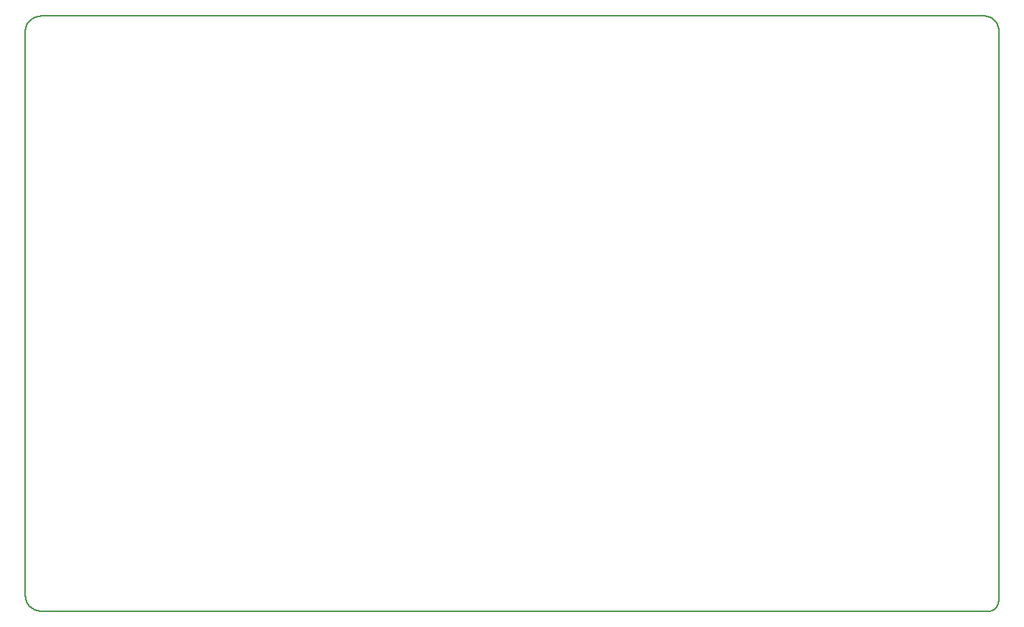
<source format=gbr>
%TF.GenerationSoftware,KiCad,Pcbnew,9.0.5*%
%TF.CreationDate,2025-10-15T11:26:38+02:00*%
%TF.ProjectId,numpad,6e756d70-6164-42e6-9b69-6361645f7063,rev?*%
%TF.SameCoordinates,Original*%
%TF.FileFunction,Profile,NP*%
%FSLAX46Y46*%
G04 Gerber Fmt 4.6, Leading zero omitted, Abs format (unit mm)*
G04 Created by KiCad (PCBNEW 9.0.5) date 2025-10-15 11:26:38*
%MOMM*%
%LPD*%
G01*
G04 APERTURE LIST*
%ADD10C,0.200000*%
%TA.AperFunction,Profile*%
%ADD11C,0.200000*%
%TD*%
G04 APERTURE END LIST*
D10*
X143700000Y-97000000D02*
X143699990Y-97007987D01*
X143699960Y-97015947D01*
X143699910Y-97023880D01*
X143699841Y-97031787D01*
X143699751Y-97039668D01*
X143699642Y-97047522D01*
X143699514Y-97055350D01*
X143699366Y-97063152D01*
X143699198Y-97070928D01*
X143699011Y-97078677D01*
X143698805Y-97086401D01*
X143698579Y-97094098D01*
X143698334Y-97101770D01*
X143698070Y-97109416D01*
X143697787Y-97117036D01*
X143697485Y-97124631D01*
X143697164Y-97132200D01*
X143696824Y-97139743D01*
X143696465Y-97147261D01*
X143696087Y-97154754D01*
X143695691Y-97162221D01*
X143695276Y-97169663D01*
X143694843Y-97177080D01*
X143694391Y-97184472D01*
X143693920Y-97191839D01*
X143693431Y-97199180D01*
X143692924Y-97206497D01*
X143692398Y-97213789D01*
X143691854Y-97221056D01*
X143691292Y-97228299D01*
X143690712Y-97235517D01*
X143690114Y-97242710D01*
X143689498Y-97249879D01*
X143688864Y-97257023D01*
X143688212Y-97264143D01*
X143687542Y-97271238D01*
X143686854Y-97278310D01*
X143686149Y-97285356D01*
X143685426Y-97292380D01*
X143684686Y-97299378D01*
X143683928Y-97306354D01*
X143683152Y-97313304D01*
X143682359Y-97320232D01*
X143681549Y-97327135D01*
X143680721Y-97334015D01*
X143679876Y-97340870D01*
X143679014Y-97347703D01*
X143678135Y-97354512D01*
X143677239Y-97361298D01*
X143676325Y-97368059D01*
X143675395Y-97374798D01*
X143674448Y-97381513D01*
X143673483Y-97388206D01*
X143672502Y-97394874D01*
X143671504Y-97401521D01*
X143670490Y-97408143D01*
X143669459Y-97414744D01*
X143668411Y-97421320D01*
X143667346Y-97427875D01*
X143666266Y-97434406D01*
X143665168Y-97440915D01*
X143664054Y-97447401D01*
X143662924Y-97453865D01*
X143661778Y-97460305D01*
X143660615Y-97466725D01*
X143659436Y-97473120D01*
X143658240Y-97479495D01*
X143657029Y-97485845D01*
X143655801Y-97492176D01*
X143654558Y-97498482D01*
X143653299Y-97504768D01*
X143652023Y-97511030D01*
X143650732Y-97517273D01*
X143649425Y-97523491D01*
X143648102Y-97529689D01*
X143646763Y-97535864D01*
X143645408Y-97542019D01*
X143644039Y-97548150D01*
X143642653Y-97554262D01*
X143641252Y-97560350D01*
X143639834Y-97566419D01*
X143638402Y-97572464D01*
X143636954Y-97578490D01*
X143635491Y-97584493D01*
X143634013Y-97590476D01*
X143632519Y-97596436D01*
X143631009Y-97602378D01*
X143629485Y-97608295D01*
X143627945Y-97614195D01*
X143626391Y-97620071D01*
X143624821Y-97625928D01*
X143623236Y-97631762D01*
X143621636Y-97637578D01*
X143620021Y-97643371D01*
X143618391Y-97649145D01*
X143616746Y-97654897D01*
X143615086Y-97660630D01*
X143613412Y-97666340D01*
X143611722Y-97672033D01*
X143610018Y-97677702D01*
X143608299Y-97683354D01*
X143606566Y-97688983D01*
X143604817Y-97694595D01*
X143603055Y-97700183D01*
X143601277Y-97705754D01*
X143599485Y-97711303D01*
X143597678Y-97716834D01*
X143595858Y-97722342D01*
X143594022Y-97727834D01*
X143592172Y-97733303D01*
X143590308Y-97738755D01*
X143588430Y-97744184D01*
X143586536Y-97749597D01*
X143584629Y-97754986D01*
X143582707Y-97760360D01*
X143580772Y-97765711D01*
X143578822Y-97771045D01*
X143576858Y-97776357D01*
X143574880Y-97781653D01*
X143572888Y-97786927D01*
X143570881Y-97792184D01*
X143568862Y-97797419D01*
X143566827Y-97802638D01*
X143564779Y-97807835D01*
X143562716Y-97813016D01*
X143560641Y-97818174D01*
X143558550Y-97823318D01*
X143556447Y-97828438D01*
X143552197Y-97838627D01*
X143547893Y-97848741D01*
X143543534Y-97858780D01*
X143539120Y-97868745D01*
X143534651Y-97878637D01*
X143530129Y-97888455D01*
X143525552Y-97898200D01*
X143520921Y-97907872D01*
X143516236Y-97917472D01*
X143511498Y-97927000D01*
X143506706Y-97936457D01*
X143501861Y-97945842D01*
X143496963Y-97955157D01*
X143492012Y-97964401D01*
X143487008Y-97973575D01*
X143481952Y-97982679D01*
X143476843Y-97991714D01*
X143471681Y-98000679D01*
X143466468Y-98009575D01*
X143461202Y-98018403D01*
X143455884Y-98027163D01*
X143450514Y-98035855D01*
X143445092Y-98044479D01*
X143439618Y-98053035D01*
X143434093Y-98061524D01*
X143428516Y-98069947D01*
X143422888Y-98078303D01*
X143417208Y-98086593D01*
X143411477Y-98094816D01*
X143405695Y-98102974D01*
X143399861Y-98111066D01*
X143393977Y-98119093D01*
X143388041Y-98127055D01*
X143382054Y-98134952D01*
X143376017Y-98142784D01*
X143369928Y-98150552D01*
X143363789Y-98158255D01*
X143357599Y-98165895D01*
X143351358Y-98173470D01*
X143345066Y-98180982D01*
X143338724Y-98188430D01*
X143332331Y-98195815D01*
X143325887Y-98203137D01*
X143319393Y-98210396D01*
X143312848Y-98217591D01*
X143306253Y-98224724D01*
X143299607Y-98231795D01*
X143292910Y-98238802D01*
X143286163Y-98245748D01*
X143279366Y-98252631D01*
X143272518Y-98259451D01*
X143265619Y-98266210D01*
X143258670Y-98272907D01*
X143251671Y-98279541D01*
X143244621Y-98286114D01*
X143237521Y-98292624D01*
X143230371Y-98299073D01*
X143223170Y-98305460D01*
X143215919Y-98311785D01*
X143208618Y-98318049D01*
X143201267Y-98324250D01*
X143193865Y-98330390D01*
X143186413Y-98336468D01*
X143178911Y-98342484D01*
X143171359Y-98348439D01*
X143163757Y-98354331D01*
X143156105Y-98360162D01*
X143148403Y-98365930D01*
X143140651Y-98371637D01*
X143132850Y-98377281D01*
X143124998Y-98382863D01*
X143117098Y-98388382D01*
X143109147Y-98393839D01*
X143101148Y-98399234D01*
X143093099Y-98404566D01*
X143085001Y-98409835D01*
X143076854Y-98415040D01*
X143068659Y-98420183D01*
X143060415Y-98425262D01*
X143052122Y-98430278D01*
X143043782Y-98435230D01*
X143035393Y-98440117D01*
X143026957Y-98444941D01*
X143018473Y-98449700D01*
X143009943Y-98454395D01*
X143001366Y-98459024D01*
X142992742Y-98463588D01*
X142984072Y-98468087D01*
X142975357Y-98472520D01*
X142966597Y-98476887D01*
X142957792Y-98481187D01*
X142948943Y-98485421D01*
X142940051Y-98489587D01*
X142931115Y-98493686D01*
X142922137Y-98497717D01*
X142913118Y-98501679D01*
X142904057Y-98505574D01*
X142894957Y-98509398D01*
X142885818Y-98513154D01*
X142876640Y-98516839D01*
X142867425Y-98520454D01*
X142858174Y-98523999D01*
X142848887Y-98527471D01*
X142839567Y-98530872D01*
X142830215Y-98534201D01*
X142820832Y-98537456D01*
X142811419Y-98540638D01*
X142801978Y-98543746D01*
X142792511Y-98546779D01*
X142783021Y-98549737D01*
X142773508Y-98552619D01*
X142763976Y-98555425D01*
X142754427Y-98558153D01*
X142744863Y-98560804D01*
X142735288Y-98563376D01*
X142725704Y-98565869D01*
X142716115Y-98568281D01*
X142706524Y-98570613D01*
X142696937Y-98572864D01*
X142687356Y-98575032D01*
X142677788Y-98577117D01*
X142668237Y-98579118D01*
X142658709Y-98581034D01*
X142649212Y-98582864D01*
X142639752Y-98584608D01*
X142630337Y-98586263D01*
X142620976Y-98587831D01*
X142611681Y-98589308D01*
X142602462Y-98590695D01*
X142593333Y-98591991D01*
X142584309Y-98593193D01*
X142575409Y-98594302D01*
X142566653Y-98595315D01*
X142558067Y-98596232D01*
X142549681Y-98597052D01*
X142541533Y-98597773D01*
X142533671Y-98598395D01*
X142526158Y-98598915D01*
X142519080Y-98599333D01*
X142512566Y-98599649D01*
X142506820Y-98599862D01*
X142502246Y-98599974D01*
X142500000Y-98600000D01*
D11*
X30500000Y-28100000D02*
X142000000Y-28100000D01*
D10*
X143700000Y-30000000D02*
X143699990Y-29992030D01*
X143699960Y-29984081D01*
X143699910Y-29976156D01*
X143699841Y-29968252D01*
X143699751Y-29960370D01*
X143699642Y-29952511D01*
X143699513Y-29944674D01*
X143699365Y-29936858D01*
X143699197Y-29929065D01*
X143699009Y-29921293D01*
X143698802Y-29913544D01*
X143698576Y-29905816D01*
X143698330Y-29898109D01*
X143698065Y-29890425D01*
X143697781Y-29882762D01*
X143697478Y-29875120D01*
X143697155Y-29867500D01*
X143696814Y-29859902D01*
X143696453Y-29852324D01*
X143696073Y-29844769D01*
X143695675Y-29837234D01*
X143695257Y-29829721D01*
X143694821Y-29822228D01*
X143694366Y-29814758D01*
X143693892Y-29807307D01*
X143693400Y-29799878D01*
X143692889Y-29792470D01*
X143692359Y-29785083D01*
X143691811Y-29777716D01*
X143691244Y-29770371D01*
X143690659Y-29763045D01*
X143690056Y-29755742D01*
X143689434Y-29748458D01*
X143688794Y-29741195D01*
X143688136Y-29733952D01*
X143687459Y-29726730D01*
X143686764Y-29719528D01*
X143686052Y-29712347D01*
X143685321Y-29705185D01*
X143684572Y-29698045D01*
X143683805Y-29690924D01*
X143683021Y-29683824D01*
X143682218Y-29676743D01*
X143681398Y-29669683D01*
X143680559Y-29662642D01*
X143679704Y-29655622D01*
X143678830Y-29648621D01*
X143677939Y-29641640D01*
X143677030Y-29634679D01*
X143676103Y-29627738D01*
X143675159Y-29620816D01*
X143674198Y-29613914D01*
X143673219Y-29607031D01*
X143672223Y-29600169D01*
X143671209Y-29593324D01*
X143670178Y-29586501D01*
X143669130Y-29579695D01*
X143668065Y-29572911D01*
X143666982Y-29566144D01*
X143665882Y-29559397D01*
X143664765Y-29552668D01*
X143663632Y-29545960D01*
X143662480Y-29539270D01*
X143661313Y-29532600D01*
X143660128Y-29525947D01*
X143658926Y-29519315D01*
X143657707Y-29512700D01*
X143656472Y-29506106D01*
X143655219Y-29499528D01*
X143653950Y-29492971D01*
X143652664Y-29486431D01*
X143651362Y-29479911D01*
X143650043Y-29473408D01*
X143648707Y-29466926D01*
X143647354Y-29460460D01*
X143645986Y-29454014D01*
X143644600Y-29447584D01*
X143643198Y-29441175D01*
X143641780Y-29434782D01*
X143640345Y-29428410D01*
X143638894Y-29422053D01*
X143637426Y-29415717D01*
X143635942Y-29409397D01*
X143634442Y-29403096D01*
X143632926Y-29396812D01*
X143631394Y-29390548D01*
X143629845Y-29384299D01*
X143628280Y-29378070D01*
X143626699Y-29371857D01*
X143625102Y-29365664D01*
X143623488Y-29359486D01*
X143621860Y-29353329D01*
X143620214Y-29347186D01*
X143618553Y-29341064D01*
X143616876Y-29334956D01*
X143615183Y-29328868D01*
X143613474Y-29322796D01*
X143611750Y-29316743D01*
X143610009Y-29310705D01*
X143608253Y-29304687D01*
X143606480Y-29298683D01*
X143604693Y-29292699D01*
X143602889Y-29286730D01*
X143601070Y-29280780D01*
X143599234Y-29274845D01*
X143597384Y-29268929D01*
X143595518Y-29263028D01*
X143593636Y-29257147D01*
X143591739Y-29251279D01*
X143589826Y-29245431D01*
X143587897Y-29239597D01*
X143585954Y-29233783D01*
X143583994Y-29227982D01*
X143582020Y-29222201D01*
X143580029Y-29216433D01*
X143578024Y-29210686D01*
X143573967Y-29199237D01*
X143569848Y-29187853D01*
X143565668Y-29176535D01*
X143561427Y-29165282D01*
X143557125Y-29154094D01*
X143552763Y-29142970D01*
X143548340Y-29131911D01*
X143543857Y-29120915D01*
X143539313Y-29109982D01*
X143534709Y-29099113D01*
X143530046Y-29088307D01*
X143525322Y-29077563D01*
X143520539Y-29066881D01*
X143515695Y-29056261D01*
X143510793Y-29045703D01*
X143505831Y-29035206D01*
X143500809Y-29024771D01*
X143495728Y-29014396D01*
X143490589Y-29004082D01*
X143485390Y-28993827D01*
X143480131Y-28983633D01*
X143474814Y-28973499D01*
X143469438Y-28963424D01*
X143464004Y-28953408D01*
X143458510Y-28943451D01*
X143452958Y-28933553D01*
X143447347Y-28923713D01*
X143441677Y-28913931D01*
X143435949Y-28904207D01*
X143430162Y-28894541D01*
X143424317Y-28884933D01*
X143418413Y-28875382D01*
X143412451Y-28865887D01*
X143406430Y-28856450D01*
X143400351Y-28847069D01*
X143394213Y-28837745D01*
X143388017Y-28828477D01*
X143381762Y-28819265D01*
X143375448Y-28810108D01*
X143369077Y-28801008D01*
X143362646Y-28791963D01*
X143356158Y-28782973D01*
X143349610Y-28774038D01*
X143343004Y-28765158D01*
X143336339Y-28756333D01*
X143329616Y-28747563D01*
X143322834Y-28738847D01*
X143315993Y-28730186D01*
X143309094Y-28721579D01*
X143302135Y-28713026D01*
X143295118Y-28704526D01*
X143288042Y-28696081D01*
X143280906Y-28687689D01*
X143273712Y-28679352D01*
X143266458Y-28671067D01*
X143259146Y-28662836D01*
X143251774Y-28654658D01*
X143244342Y-28646534D01*
X143236851Y-28638463D01*
X143229301Y-28630445D01*
X143221691Y-28622479D01*
X143214022Y-28614567D01*
X143206292Y-28606708D01*
X143198503Y-28598902D01*
X143190654Y-28591148D01*
X143182745Y-28583447D01*
X143174776Y-28575799D01*
X143166746Y-28568204D01*
X143158657Y-28560661D01*
X143150507Y-28553172D01*
X143142296Y-28545735D01*
X143134025Y-28538350D01*
X143125694Y-28531019D01*
X143117301Y-28523740D01*
X143108848Y-28516513D01*
X143100334Y-28509340D01*
X143091759Y-28502220D01*
X143083123Y-28495152D01*
X143074426Y-28488137D01*
X143065667Y-28481176D01*
X143056847Y-28474267D01*
X143047966Y-28467412D01*
X143039023Y-28460609D01*
X143030019Y-28453860D01*
X143020953Y-28447165D01*
X143011826Y-28440523D01*
X143002637Y-28433934D01*
X142993386Y-28427400D01*
X142984073Y-28420919D01*
X142974698Y-28414492D01*
X142965261Y-28408119D01*
X142955763Y-28401801D01*
X142946202Y-28395537D01*
X142936579Y-28389328D01*
X142926895Y-28383173D01*
X142917148Y-28377073D01*
X142907340Y-28371029D01*
X142897469Y-28365040D01*
X142887537Y-28359106D01*
X142877542Y-28353229D01*
X142867486Y-28347407D01*
X142857368Y-28341641D01*
X142847188Y-28335932D01*
X142836946Y-28330279D01*
X142826643Y-28324684D01*
X142816278Y-28319145D01*
X142805853Y-28313665D01*
X142795365Y-28308241D01*
X142784817Y-28302876D01*
X142774209Y-28297570D01*
X142763539Y-28292321D01*
X142752809Y-28287132D01*
X142742020Y-28282002D01*
X142731170Y-28276932D01*
X142720261Y-28271922D01*
X142709292Y-28266972D01*
X142698265Y-28262083D01*
X142687179Y-28257254D01*
X142676035Y-28252487D01*
X142664833Y-28247782D01*
X142653575Y-28243139D01*
X142642260Y-28238559D01*
X142630888Y-28234042D01*
X142619462Y-28229588D01*
X142607980Y-28225198D01*
X142596445Y-28220873D01*
X142584856Y-28216612D01*
X142573215Y-28212417D01*
X142561522Y-28208287D01*
X142549778Y-28204223D01*
X142537984Y-28200227D01*
X142526142Y-28196297D01*
X142514253Y-28192436D01*
X142502317Y-28188642D01*
X142490336Y-28184918D01*
X142478311Y-28181263D01*
X142466244Y-28177678D01*
X142454137Y-28174163D01*
X142441991Y-28170720D01*
X142429808Y-28167349D01*
X142417589Y-28164050D01*
X142405338Y-28160824D01*
X142393056Y-28157671D01*
X142380746Y-28154593D01*
X142368411Y-28151590D01*
X142356052Y-28148663D01*
X142343674Y-28145812D01*
X142331279Y-28143039D01*
X142318871Y-28140343D01*
X142306453Y-28137726D01*
X142294031Y-28135188D01*
X142281608Y-28132731D01*
X142269189Y-28130355D01*
X142256779Y-28128060D01*
X142244384Y-28125848D01*
X142232011Y-28123720D01*
X142219666Y-28121676D01*
X142207356Y-28119717D01*
X142195091Y-28117844D01*
X142182879Y-28116059D01*
X142170731Y-28114362D01*
X142158657Y-28112754D01*
X142146672Y-28111236D01*
X142134789Y-28109809D01*
X142123025Y-28108474D01*
X142111399Y-28107233D01*
X142099932Y-28106086D01*
X142088651Y-28105035D01*
X142077586Y-28104080D01*
X142066773Y-28103223D01*
X142056257Y-28102465D01*
X142046094Y-28101807D01*
X142036358Y-28101251D01*
X142027146Y-28100797D01*
X142018599Y-28100446D01*
X142010937Y-28100198D01*
X142004555Y-28100052D01*
X142000000Y-28100000D01*
X28500000Y-30000000D02*
X28500010Y-29992651D01*
X28500040Y-29985321D01*
X28500090Y-29978009D01*
X28500159Y-29970717D01*
X28500249Y-29963443D01*
X28500358Y-29956189D01*
X28500487Y-29948952D01*
X28500636Y-29941735D01*
X28500804Y-29934536D01*
X28500991Y-29927356D01*
X28501199Y-29920194D01*
X28501425Y-29913051D01*
X28501671Y-29905926D01*
X28501937Y-29898820D01*
X28502221Y-29891731D01*
X28502525Y-29884662D01*
X28502849Y-29877610D01*
X28503191Y-29870576D01*
X28503552Y-29863561D01*
X28503933Y-29856563D01*
X28504332Y-29849584D01*
X28504751Y-29842623D01*
X28505188Y-29835679D01*
X28505645Y-29828753D01*
X28506120Y-29821845D01*
X28506614Y-29814955D01*
X28507127Y-29808083D01*
X28507658Y-29801228D01*
X28508208Y-29794391D01*
X28508777Y-29787572D01*
X28509364Y-29780769D01*
X28509970Y-29773985D01*
X28510594Y-29767217D01*
X28511237Y-29760468D01*
X28511898Y-29753735D01*
X28512578Y-29747020D01*
X28513276Y-29740322D01*
X28513992Y-29733642D01*
X28514726Y-29726977D01*
X28515479Y-29720331D01*
X28516250Y-29713701D01*
X28517039Y-29707089D01*
X28517846Y-29700493D01*
X28518671Y-29693914D01*
X28519514Y-29687352D01*
X28520375Y-29680807D01*
X28521254Y-29674278D01*
X28522151Y-29667767D01*
X28523066Y-29661271D01*
X28523999Y-29654793D01*
X28524949Y-29648330D01*
X28525917Y-29641885D01*
X28526903Y-29635456D01*
X28527907Y-29629044D01*
X28528928Y-29622647D01*
X28529967Y-29616267D01*
X28531024Y-29609903D01*
X28532097Y-29603556D01*
X28533189Y-29597224D01*
X28534298Y-29590909D01*
X28535425Y-29584609D01*
X28536568Y-29578327D01*
X28537730Y-29572059D01*
X28538908Y-29565809D01*
X28540104Y-29559573D01*
X28541317Y-29553354D01*
X28542548Y-29547149D01*
X28543796Y-29540963D01*
X28545061Y-29534789D01*
X28546343Y-29528634D01*
X28547642Y-29522492D01*
X28548958Y-29516368D01*
X28550292Y-29510257D01*
X28551642Y-29504164D01*
X28553010Y-29498084D01*
X28554394Y-29492021D01*
X28555796Y-29485972D01*
X28557214Y-29479941D01*
X28558650Y-29473922D01*
X28560102Y-29467921D01*
X28561571Y-29461933D01*
X28563057Y-29455962D01*
X28564560Y-29450004D01*
X28566080Y-29444063D01*
X28567616Y-29438135D01*
X28569169Y-29432225D01*
X28570739Y-29426327D01*
X28572325Y-29420446D01*
X28573929Y-29414578D01*
X28575548Y-29408727D01*
X28577185Y-29402888D01*
X28578838Y-29397066D01*
X28580508Y-29391257D01*
X28582194Y-29385465D01*
X28583897Y-29379684D01*
X28585616Y-29373921D01*
X28587352Y-29368170D01*
X28589104Y-29362436D01*
X28592658Y-29351009D01*
X28596278Y-29339639D01*
X28599963Y-29328326D01*
X28603714Y-29317069D01*
X28607530Y-29305869D01*
X28611411Y-29294726D01*
X28615358Y-29283638D01*
X28619369Y-29272606D01*
X28623445Y-29261629D01*
X28627586Y-29250707D01*
X28631791Y-29239839D01*
X28636061Y-29229026D01*
X28640395Y-29218267D01*
X28644794Y-29207562D01*
X28649257Y-29196910D01*
X28653784Y-29186311D01*
X28658376Y-29175766D01*
X28663031Y-29165273D01*
X28667751Y-29154832D01*
X28672534Y-29144444D01*
X28677382Y-29134107D01*
X28682293Y-29123822D01*
X28687269Y-29113589D01*
X28692308Y-29103406D01*
X28697411Y-29093275D01*
X28702578Y-29083194D01*
X28707809Y-29073163D01*
X28713103Y-29063183D01*
X28718462Y-29053253D01*
X28723884Y-29043372D01*
X28729371Y-29033541D01*
X28734921Y-29023759D01*
X28740535Y-29014026D01*
X28746213Y-29004342D01*
X28751954Y-28994706D01*
X28757760Y-28985119D01*
X28763630Y-28975581D01*
X28769565Y-28966090D01*
X28775563Y-28956647D01*
X28781625Y-28947252D01*
X28787752Y-28937905D01*
X28793944Y-28928605D01*
X28800199Y-28919352D01*
X28806520Y-28910146D01*
X28812904Y-28900987D01*
X28819354Y-28891874D01*
X28825868Y-28882808D01*
X28832448Y-28873789D01*
X28839092Y-28864816D01*
X28845801Y-28855889D01*
X28852576Y-28847008D01*
X28859416Y-28838172D01*
X28866321Y-28829383D01*
X28873292Y-28820639D01*
X28880329Y-28811941D01*
X28887432Y-28803289D01*
X28894601Y-28794681D01*
X28901835Y-28786119D01*
X28909136Y-28777603D01*
X28916504Y-28769131D01*
X28923938Y-28760704D01*
X28931439Y-28752322D01*
X28939006Y-28743986D01*
X28946641Y-28735693D01*
X28954343Y-28727446D01*
X28962113Y-28719244D01*
X28969949Y-28711086D01*
X28977854Y-28702973D01*
X28985827Y-28694904D01*
X28993867Y-28686880D01*
X29001976Y-28678901D01*
X29010153Y-28670967D01*
X29018399Y-28663076D01*
X29026714Y-28655231D01*
X29035098Y-28647430D01*
X29043550Y-28639673D01*
X29052073Y-28631962D01*
X29060664Y-28624295D01*
X29069326Y-28616672D01*
X29078057Y-28609094D01*
X29086859Y-28601561D01*
X29095731Y-28594073D01*
X29104673Y-28586630D01*
X29113686Y-28579232D01*
X29122770Y-28571878D01*
X29131926Y-28564570D01*
X29141152Y-28557307D01*
X29150450Y-28550089D01*
X29159819Y-28542916D01*
X29169261Y-28535789D01*
X29178774Y-28528707D01*
X29188360Y-28521671D01*
X29198018Y-28514681D01*
X29207749Y-28507736D01*
X29217552Y-28500838D01*
X29227428Y-28493986D01*
X29237378Y-28487180D01*
X29247401Y-28480420D01*
X29257497Y-28473708D01*
X29267667Y-28467042D01*
X29277910Y-28460423D01*
X29288228Y-28453851D01*
X29298619Y-28447326D01*
X29309085Y-28440849D01*
X29319625Y-28434420D01*
X29330239Y-28428039D01*
X29340928Y-28421706D01*
X29351692Y-28415421D01*
X29362531Y-28409185D01*
X29373444Y-28402998D01*
X29384432Y-28396859D01*
X29395496Y-28390771D01*
X29406634Y-28384731D01*
X29417848Y-28378742D01*
X29429136Y-28372803D01*
X29440500Y-28366914D01*
X29451940Y-28361076D01*
X29463454Y-28355289D01*
X29475044Y-28349553D01*
X29486709Y-28343869D01*
X29498449Y-28338237D01*
X29510265Y-28332657D01*
X29522155Y-28327130D01*
X29534120Y-28321656D01*
X29546161Y-28316235D01*
X29558276Y-28310868D01*
X29570465Y-28305554D01*
X29582729Y-28300296D01*
X29595067Y-28295091D01*
X29607479Y-28289942D01*
X29619965Y-28284849D01*
X29632524Y-28279812D01*
X29645156Y-28274831D01*
X29657861Y-28269906D01*
X29670639Y-28265039D01*
X29683488Y-28260230D01*
X29696409Y-28255479D01*
X29709401Y-28250786D01*
X29722463Y-28246153D01*
X29735596Y-28241579D01*
X29748798Y-28237065D01*
X29762068Y-28232611D01*
X29775407Y-28228219D01*
X29788812Y-28223888D01*
X29802284Y-28219619D01*
X29815821Y-28215413D01*
X29829423Y-28211270D01*
X29843088Y-28207190D01*
X29856816Y-28203175D01*
X29870604Y-28199224D01*
X29884453Y-28195339D01*
X29898360Y-28191520D01*
X29912324Y-28187767D01*
X29926344Y-28184081D01*
X29940418Y-28180464D01*
X29954543Y-28176914D01*
X29968719Y-28173434D01*
X29982943Y-28170024D01*
X29997213Y-28166684D01*
X30011526Y-28163415D01*
X30025880Y-28160218D01*
X30040273Y-28157093D01*
X30054701Y-28154041D01*
X30069162Y-28151064D01*
X30083651Y-28148161D01*
X30098166Y-28145334D01*
X30112702Y-28142582D01*
X30127255Y-28139908D01*
X30141821Y-28137312D01*
X30156395Y-28134794D01*
X30170972Y-28132356D01*
X30185545Y-28129998D01*
X30200108Y-28127721D01*
X30214655Y-28125526D01*
X30229178Y-28123415D01*
X30243669Y-28121387D01*
X30258118Y-28119444D01*
X30272516Y-28117587D01*
X30286852Y-28115816D01*
X30301113Y-28114134D01*
X30315286Y-28112540D01*
X30329356Y-28111036D01*
X30343304Y-28109623D01*
X30357111Y-28108302D01*
X30370754Y-28107075D01*
X30384208Y-28105941D01*
X30397440Y-28104903D01*
X30410414Y-28103962D01*
X30423087Y-28103118D01*
X30435404Y-28102373D01*
X30447296Y-28101729D01*
X30458675Y-28101186D01*
X30469420Y-28100745D01*
X30479355Y-28100408D01*
X30488207Y-28100173D01*
X30495463Y-28100041D01*
X30500000Y-28100000D01*
D11*
X28500000Y-30000000D02*
X28500000Y-96500000D01*
X142500000Y-98600000D02*
X30500000Y-98600000D01*
X143700000Y-30000000D02*
X143700000Y-97000000D01*
D10*
X28500000Y-96500000D02*
X28500010Y-96508123D01*
X28500040Y-96516225D01*
X28500090Y-96524305D01*
X28500159Y-96532365D01*
X28500249Y-96540405D01*
X28500358Y-96548423D01*
X28500487Y-96556421D01*
X28500636Y-96564398D01*
X28500804Y-96572354D01*
X28500991Y-96580290D01*
X28501199Y-96588206D01*
X28501425Y-96596100D01*
X28501671Y-96603975D01*
X28501937Y-96611829D01*
X28502221Y-96619663D01*
X28502525Y-96627476D01*
X28502848Y-96635270D01*
X28503191Y-96643043D01*
X28503552Y-96650796D01*
X28503933Y-96658529D01*
X28504332Y-96666242D01*
X28504750Y-96673935D01*
X28505188Y-96681609D01*
X28505644Y-96689262D01*
X28506119Y-96696896D01*
X28506613Y-96704509D01*
X28507125Y-96712103D01*
X28507657Y-96719677D01*
X28508207Y-96727233D01*
X28508775Y-96734768D01*
X28509362Y-96742284D01*
X28509968Y-96749780D01*
X28510592Y-96757257D01*
X28511234Y-96764714D01*
X28511895Y-96772153D01*
X28512574Y-96779571D01*
X28513272Y-96786971D01*
X28513988Y-96794352D01*
X28514722Y-96801714D01*
X28515474Y-96809056D01*
X28516244Y-96816379D01*
X28517032Y-96823683D01*
X28517839Y-96830969D01*
X28518663Y-96838236D01*
X28519505Y-96845484D01*
X28520366Y-96852713D01*
X28521244Y-96859923D01*
X28522140Y-96867115D01*
X28523054Y-96874288D01*
X28523985Y-96881442D01*
X28524935Y-96888579D01*
X28525901Y-96895695D01*
X28526886Y-96902795D01*
X28527888Y-96909875D01*
X28528908Y-96916938D01*
X28529946Y-96923981D01*
X28531001Y-96931008D01*
X28532073Y-96938015D01*
X28533163Y-96945005D01*
X28534270Y-96951975D01*
X28535394Y-96958929D01*
X28536536Y-96965864D01*
X28537695Y-96972782D01*
X28538871Y-96979680D01*
X28540065Y-96986563D01*
X28541276Y-96993426D01*
X28542504Y-97000272D01*
X28543748Y-97007100D01*
X28545011Y-97013911D01*
X28546289Y-97020703D01*
X28547586Y-97027479D01*
X28548899Y-97034236D01*
X28550229Y-97040977D01*
X28551575Y-97047698D01*
X28552939Y-97054405D01*
X28554320Y-97061092D01*
X28555717Y-97067763D01*
X28557131Y-97074415D01*
X28558563Y-97081053D01*
X28560010Y-97087670D01*
X28561475Y-97094273D01*
X28562956Y-97100857D01*
X28564453Y-97107425D01*
X28565967Y-97113975D01*
X28567499Y-97120509D01*
X28569046Y-97127025D01*
X28570610Y-97133526D01*
X28572190Y-97140008D01*
X28573787Y-97146475D01*
X28575400Y-97152923D01*
X28577030Y-97159357D01*
X28578676Y-97165772D01*
X28580338Y-97172172D01*
X28582017Y-97178554D01*
X28583712Y-97184922D01*
X28585423Y-97191270D01*
X28587151Y-97197605D01*
X28588894Y-97203920D01*
X28590655Y-97210222D01*
X28592430Y-97216505D01*
X28594223Y-97222774D01*
X28596031Y-97229025D01*
X28597856Y-97235261D01*
X28599696Y-97241479D01*
X28601553Y-97247684D01*
X28603425Y-97253870D01*
X28605314Y-97260042D01*
X28607218Y-97266196D01*
X28609139Y-97272336D01*
X28611075Y-97278458D01*
X28613028Y-97284567D01*
X28614996Y-97290657D01*
X28616981Y-97296734D01*
X28618980Y-97302793D01*
X28623028Y-97314866D01*
X28627139Y-97326876D01*
X28631313Y-97338824D01*
X28635549Y-97350710D01*
X28639849Y-97362534D01*
X28644211Y-97374297D01*
X28648635Y-97386000D01*
X28653122Y-97397641D01*
X28657671Y-97409222D01*
X28662282Y-97420743D01*
X28666956Y-97432204D01*
X28671691Y-97443605D01*
X28676488Y-97454948D01*
X28681346Y-97466231D01*
X28686266Y-97477455D01*
X28691248Y-97488621D01*
X28696291Y-97499729D01*
X28701396Y-97510779D01*
X28706561Y-97521771D01*
X28711788Y-97532706D01*
X28717076Y-97543584D01*
X28722425Y-97554405D01*
X28727835Y-97565170D01*
X28733306Y-97575878D01*
X28738838Y-97586529D01*
X28744431Y-97597125D01*
X28750085Y-97607666D01*
X28755800Y-97618151D01*
X28761575Y-97628580D01*
X28767411Y-97638955D01*
X28773308Y-97649275D01*
X28779266Y-97659540D01*
X28785284Y-97669752D01*
X28791363Y-97679909D01*
X28797503Y-97690012D01*
X28803703Y-97700061D01*
X28809964Y-97710057D01*
X28816286Y-97720000D01*
X28822669Y-97729889D01*
X28829113Y-97739725D01*
X28835617Y-97749509D01*
X28842182Y-97759240D01*
X28848808Y-97768919D01*
X28855495Y-97778545D01*
X28862243Y-97788120D01*
X28869052Y-97797642D01*
X28875922Y-97807113D01*
X28882853Y-97816532D01*
X28889846Y-97825899D01*
X28896899Y-97835216D01*
X28904014Y-97844480D01*
X28911190Y-97853694D01*
X28918427Y-97862857D01*
X28925727Y-97871969D01*
X28933087Y-97881030D01*
X28940509Y-97890041D01*
X28947993Y-97899001D01*
X28955539Y-97907911D01*
X28963147Y-97916770D01*
X28970817Y-97925579D01*
X28978549Y-97934338D01*
X28986343Y-97943047D01*
X28994199Y-97951706D01*
X29002118Y-97960315D01*
X29010099Y-97968874D01*
X29018143Y-97977383D01*
X29026249Y-97985843D01*
X29034419Y-97994252D01*
X29042651Y-98002612D01*
X29050946Y-98010923D01*
X29059305Y-98019184D01*
X29067727Y-98027395D01*
X29076212Y-98035556D01*
X29084761Y-98043668D01*
X29093373Y-98051731D01*
X29102050Y-98059744D01*
X29110790Y-98067707D01*
X29119594Y-98075621D01*
X29128462Y-98083485D01*
X29137395Y-98091300D01*
X29146391Y-98099065D01*
X29155453Y-98106781D01*
X29164579Y-98114446D01*
X29173770Y-98122062D01*
X29183025Y-98129628D01*
X29192346Y-98137144D01*
X29201732Y-98144611D01*
X29211183Y-98152027D01*
X29220699Y-98159393D01*
X29230281Y-98166709D01*
X29239928Y-98173975D01*
X29249641Y-98181191D01*
X29259420Y-98188356D01*
X29269265Y-98195470D01*
X29279175Y-98202534D01*
X29289152Y-98209547D01*
X29299195Y-98216510D01*
X29309304Y-98223421D01*
X29319480Y-98230281D01*
X29329722Y-98237089D01*
X29340030Y-98243846D01*
X29350405Y-98250552D01*
X29360847Y-98257205D01*
X29371355Y-98263807D01*
X29381930Y-98270356D01*
X29392572Y-98276853D01*
X29403281Y-98283298D01*
X29414056Y-98289690D01*
X29424899Y-98296028D01*
X29435808Y-98302314D01*
X29446784Y-98308546D01*
X29457827Y-98314725D01*
X29468937Y-98320849D01*
X29480114Y-98326920D01*
X29491357Y-98332936D01*
X29502667Y-98338898D01*
X29514044Y-98344804D01*
X29525487Y-98350656D01*
X29536997Y-98356452D01*
X29548573Y-98362192D01*
X29560215Y-98367877D01*
X29571923Y-98373504D01*
X29583697Y-98379076D01*
X29595537Y-98384590D01*
X29607443Y-98390047D01*
X29619413Y-98395446D01*
X29631449Y-98400788D01*
X29643549Y-98406071D01*
X29655714Y-98411295D01*
X29667942Y-98416461D01*
X29680235Y-98421566D01*
X29692590Y-98426613D01*
X29705009Y-98431598D01*
X29717490Y-98436524D01*
X29730034Y-98441388D01*
X29742638Y-98446191D01*
X29755304Y-98450932D01*
X29768030Y-98455611D01*
X29780815Y-98460227D01*
X29793660Y-98464779D01*
X29806562Y-98469269D01*
X29819522Y-98473694D01*
X29832539Y-98478054D01*
X29845611Y-98482350D01*
X29858739Y-98486579D01*
X29871919Y-98490743D01*
X29885153Y-98494840D01*
X29898438Y-98498870D01*
X29911773Y-98502832D01*
X29925157Y-98506726D01*
X29938588Y-98510552D01*
X29952065Y-98514308D01*
X29965586Y-98517994D01*
X29979150Y-98521609D01*
X29992755Y-98525153D01*
X30006398Y-98528626D01*
X30020078Y-98532026D01*
X30033793Y-98535353D01*
X30047539Y-98538607D01*
X30061314Y-98541786D01*
X30075117Y-98544890D01*
X30088942Y-98547919D01*
X30102789Y-98550871D01*
X30116652Y-98553746D01*
X30130528Y-98556544D01*
X30144414Y-98559262D01*
X30158305Y-98561902D01*
X30172196Y-98564461D01*
X30186083Y-98566939D01*
X30199960Y-98569336D01*
X30213821Y-98571650D01*
X30227659Y-98573881D01*
X30241469Y-98576027D01*
X30255241Y-98578089D01*
X30268968Y-98580064D01*
X30282641Y-98581953D01*
X30296248Y-98583754D01*
X30309779Y-98585466D01*
X30323222Y-98587088D01*
X30336561Y-98588620D01*
X30349781Y-98590059D01*
X30362864Y-98591406D01*
X30375789Y-98592660D01*
X30388531Y-98593818D01*
X30401063Y-98594880D01*
X30413352Y-98595845D01*
X30425357Y-98596712D01*
X30437030Y-98597479D01*
X30448310Y-98598146D01*
X30459118Y-98598711D01*
X30469347Y-98599173D01*
X30478848Y-98599532D01*
X30487387Y-98599788D01*
X30494548Y-98599941D01*
X30500000Y-98600000D01*
M02*

</source>
